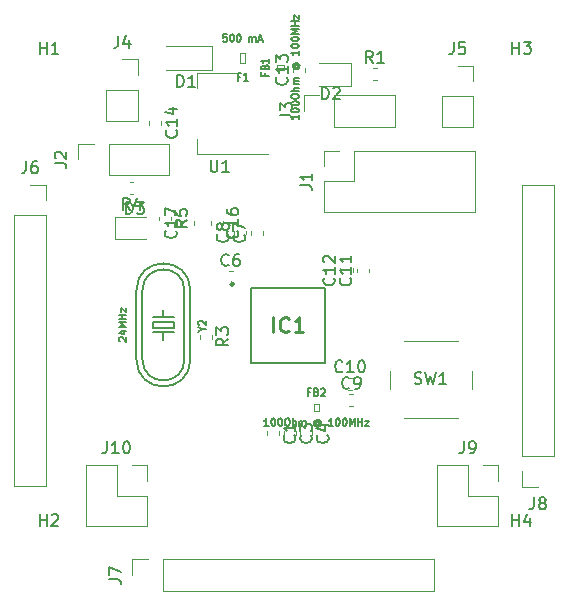
<source format=gbr>
%TF.GenerationSoftware,KiCad,Pcbnew,5.1.10-88a1d61d58~88~ubuntu20.04.1*%
%TF.CreationDate,2021-06-20T20:02:36+02:00*%
%TF.ProjectId,bluePillG,626c7565-5069-46c6-9c47-2e6b69636164,rev?*%
%TF.SameCoordinates,Original*%
%TF.FileFunction,Legend,Top*%
%TF.FilePolarity,Positive*%
%FSLAX46Y46*%
G04 Gerber Fmt 4.6, Leading zero omitted, Abs format (unit mm)*
G04 Created by KiCad (PCBNEW 5.1.10-88a1d61d58~88~ubuntu20.04.1) date 2021-06-20 20:02:36*
%MOMM*%
%LPD*%
G01*
G04 APERTURE LIST*
%ADD10C,0.120000*%
%ADD11C,0.152400*%
%ADD12C,0.203200*%
%ADD13C,0.200000*%
%ADD14C,0.254000*%
%ADD15C,0.066040*%
%ADD16C,0.150000*%
%ADD17C,0.127000*%
G04 APERTURE END LIST*
D10*
%TO.C,D1*%
X47850000Y-44600000D02*
X43950000Y-44600000D01*
X47850000Y-42600000D02*
X43950000Y-42600000D01*
X47850000Y-44600000D02*
X47850000Y-42600000D01*
%TO.C,C7*%
X52110000Y-58562779D02*
X52110000Y-58237221D01*
X51090000Y-58562779D02*
X51090000Y-58237221D01*
D11*
%TO.C,Y2*%
X43700000Y-65578000D02*
X43700000Y-64943000D01*
X43700000Y-66848000D02*
X43700000Y-67483000D01*
X43700000Y-65578000D02*
X42811000Y-65578000D01*
X44589000Y-65578000D02*
X43700000Y-65578000D01*
X43700000Y-66848000D02*
X42811000Y-66848000D01*
X44589000Y-66848000D02*
X43700000Y-66848000D01*
X42811000Y-65959000D02*
X44589000Y-65959000D01*
X42811000Y-66467000D02*
X42811000Y-65959000D01*
X44589000Y-66467000D02*
X42811000Y-66467000D01*
X44589000Y-65959000D02*
X44589000Y-66467000D01*
X45478000Y-69134000D02*
X45478000Y-63292000D01*
X41922000Y-63292000D02*
X41922000Y-69134000D01*
D12*
X45986000Y-63292000D02*
X45986000Y-69134000D01*
X41414000Y-63292000D02*
X41414000Y-69134000D01*
D11*
X45478000Y-63292000D02*
G75*
G03*
X41922000Y-63292000I-1778000J0D01*
G01*
D12*
X45986000Y-63292000D02*
G75*
G03*
X41414000Y-63292000I-2286000J0D01*
G01*
X41414000Y-69134000D02*
G75*
G03*
X45986000Y-69134000I2286000J0D01*
G01*
D11*
X41922000Y-69134000D02*
G75*
G03*
X45478000Y-69134000I1778000J0D01*
G01*
D10*
%TO.C,U1*%
X52550000Y-51710000D02*
X46540000Y-51710000D01*
X50300000Y-44890000D02*
X46540000Y-44890000D01*
X46540000Y-51710000D02*
X46540000Y-50450000D01*
X46540000Y-44890000D02*
X46540000Y-46150000D01*
%TO.C,SW1*%
X69850000Y-71600000D02*
X69850000Y-70100000D01*
X68600000Y-67600000D02*
X64100000Y-67600000D01*
X62850000Y-70100000D02*
X62850000Y-71600000D01*
X64100000Y-74100000D02*
X68600000Y-74100000D01*
%TO.C,R5*%
X43290000Y-57037221D02*
X43290000Y-57362779D01*
X44310000Y-57037221D02*
X44310000Y-57362779D01*
%TO.C,R4*%
X41162779Y-54090000D02*
X40837221Y-54090000D01*
X41162779Y-55110000D02*
X40837221Y-55110000D01*
%TO.C,R3*%
X46790000Y-67049721D02*
X46790000Y-67375279D01*
X47810000Y-67049721D02*
X47810000Y-67375279D01*
%TO.C,R1*%
X61424721Y-45510000D02*
X61750279Y-45510000D01*
X61424721Y-44490000D02*
X61750279Y-44490000D01*
%TO.C,J10*%
X41000000Y-78070000D02*
X42330000Y-78070000D01*
X42330000Y-78070000D02*
X42330000Y-79400000D01*
X39730000Y-78070000D02*
X39730000Y-80670000D01*
X39730000Y-80670000D02*
X42330000Y-80670000D01*
X42330000Y-80670000D02*
X42330000Y-83270000D01*
X37130000Y-83270000D02*
X42330000Y-83270000D01*
X37130000Y-78070000D02*
X37130000Y-83270000D01*
X37130000Y-78070000D02*
X39730000Y-78070000D01*
%TO.C,J9*%
X70740000Y-78070000D02*
X72070000Y-78070000D01*
X72070000Y-78070000D02*
X72070000Y-79400000D01*
X69470000Y-78070000D02*
X69470000Y-80670000D01*
X69470000Y-80670000D02*
X72070000Y-80670000D01*
X72070000Y-80670000D02*
X72070000Y-83270000D01*
X66870000Y-83270000D02*
X72070000Y-83270000D01*
X66870000Y-78070000D02*
X66870000Y-83270000D01*
X66870000Y-78070000D02*
X69470000Y-78070000D01*
%TO.C,J8*%
X75400000Y-79930000D02*
X74070000Y-79930000D01*
X74070000Y-79930000D02*
X74070000Y-78600000D01*
X74070000Y-77330000D02*
X74070000Y-54410000D01*
X76730000Y-54410000D02*
X74070000Y-54410000D01*
X76730000Y-77330000D02*
X76730000Y-54410000D01*
X76730000Y-77330000D02*
X74070000Y-77330000D01*
%TO.C,J7*%
X41070000Y-87400000D02*
X41070000Y-86070000D01*
X41070000Y-86070000D02*
X42400000Y-86070000D01*
X43670000Y-86070000D02*
X66590000Y-86070000D01*
X66590000Y-88730000D02*
X66590000Y-86070000D01*
X43670000Y-88730000D02*
X66590000Y-88730000D01*
X43670000Y-88730000D02*
X43670000Y-86070000D01*
%TO.C,J6*%
X32400000Y-54350000D02*
X33730000Y-54350000D01*
X33730000Y-54350000D02*
X33730000Y-55680000D01*
X33730000Y-56950000D02*
X33730000Y-79870000D01*
X31070000Y-79870000D02*
X33730000Y-79870000D01*
X31070000Y-56950000D02*
X31070000Y-79870000D01*
X31070000Y-56950000D02*
X33730000Y-56950000D01*
%TO.C,J5*%
X68600000Y-44270000D02*
X69930000Y-44270000D01*
X69930000Y-44270000D02*
X69930000Y-45600000D01*
X69930000Y-46870000D02*
X69930000Y-49470000D01*
X67270000Y-49470000D02*
X69930000Y-49470000D01*
X67270000Y-46870000D02*
X67270000Y-49470000D01*
X67270000Y-46870000D02*
X69930000Y-46870000D01*
%TO.C,J4*%
X40200000Y-43730000D02*
X41530000Y-43730000D01*
X41530000Y-43730000D02*
X41530000Y-45060000D01*
X41530000Y-46330000D02*
X41530000Y-48930000D01*
X38870000Y-48930000D02*
X41530000Y-48930000D01*
X38870000Y-46330000D02*
X38870000Y-48930000D01*
X38870000Y-46330000D02*
X41530000Y-46330000D01*
%TO.C,J3*%
X55570000Y-48100000D02*
X55570000Y-46770000D01*
X55570000Y-46770000D02*
X56900000Y-46770000D01*
X58170000Y-46770000D02*
X63310000Y-46770000D01*
X63310000Y-49430000D02*
X63310000Y-46770000D01*
X58170000Y-49430000D02*
X63310000Y-49430000D01*
X58170000Y-49430000D02*
X58170000Y-46770000D01*
%TO.C,J2*%
X36470000Y-52200000D02*
X36470000Y-50870000D01*
X36470000Y-50870000D02*
X37800000Y-50870000D01*
X39070000Y-50870000D02*
X44210000Y-50870000D01*
X44210000Y-53530000D02*
X44210000Y-50870000D01*
X39070000Y-53530000D02*
X44210000Y-53530000D01*
X39070000Y-53530000D02*
X39070000Y-50870000D01*
%TO.C,J1*%
X57270000Y-52800000D02*
X57270000Y-51470000D01*
X57270000Y-51470000D02*
X58600000Y-51470000D01*
X57270000Y-54070000D02*
X59870000Y-54070000D01*
X59870000Y-54070000D02*
X59870000Y-51470000D01*
X59870000Y-51470000D02*
X70090000Y-51470000D01*
X70090000Y-56670000D02*
X70090000Y-51470000D01*
X57270000Y-56670000D02*
X70090000Y-56670000D01*
X57270000Y-56670000D02*
X57270000Y-54070000D01*
D13*
%TO.C,IC1*%
X51088000Y-63100000D02*
X57388000Y-63100000D01*
X57388000Y-63100000D02*
X57388000Y-69400000D01*
X57388000Y-69400000D02*
X51088000Y-69400000D01*
X51088000Y-69400000D02*
X51088000Y-63100000D01*
D14*
X49638000Y-62750000D02*
G75*
G03*
X49638000Y-62750000I-125000J0D01*
G01*
D15*
%TO.C,FB2*%
X56450240Y-73499720D02*
X56450240Y-72900280D01*
X56450240Y-72900280D02*
X56846480Y-72900280D01*
X56846480Y-73499720D02*
X56846480Y-72900280D01*
X56450240Y-73499720D02*
X56846480Y-73499720D01*
%TO.C,FB1*%
X53899720Y-44598120D02*
X53300280Y-44598120D01*
X53300280Y-44598120D02*
X53300280Y-44201880D01*
X53899720Y-44201880D02*
X53300280Y-44201880D01*
X53899720Y-44598120D02*
X53899720Y-44201880D01*
%TO.C,F1*%
X50597660Y-43201220D02*
X50597660Y-43998780D01*
X50597660Y-43998780D02*
X50201420Y-43998780D01*
X50201420Y-43201220D02*
X50201420Y-43998780D01*
X50597660Y-43201220D02*
X50201420Y-43201220D01*
D10*
%TO.C,D3*%
X39577500Y-58960000D02*
X42262500Y-58960000D01*
X39577500Y-57040000D02*
X39577500Y-58960000D01*
X42262500Y-57040000D02*
X39577500Y-57040000D01*
%TO.C,D2*%
X59547500Y-44040000D02*
X56862500Y-44040000D01*
X59547500Y-45960000D02*
X59547500Y-44040000D01*
X56862500Y-45960000D02*
X59547500Y-45960000D01*
%TO.C,C17*%
X46310000Y-57750279D02*
X46310000Y-57424721D01*
X45290000Y-57750279D02*
X45290000Y-57424721D01*
%TO.C,C16*%
X48710000Y-57750279D02*
X48710000Y-57424721D01*
X47690000Y-57750279D02*
X47690000Y-57424721D01*
%TO.C,C14*%
X42490000Y-48924721D02*
X42490000Y-49250279D01*
X43510000Y-48924721D02*
X43510000Y-49250279D01*
%TO.C,C13*%
X55710000Y-44775279D02*
X55710000Y-44449721D01*
X54690000Y-44775279D02*
X54690000Y-44449721D01*
%TO.C,C12*%
X59710000Y-61762779D02*
X59710000Y-61437221D01*
X58690000Y-61762779D02*
X58690000Y-61437221D01*
%TO.C,C11*%
X61110000Y-61775279D02*
X61110000Y-61449721D01*
X60090000Y-61775279D02*
X60090000Y-61449721D01*
%TO.C,C10*%
X59337221Y-71710000D02*
X59662779Y-71710000D01*
X59337221Y-70690000D02*
X59662779Y-70690000D01*
%TO.C,C9*%
X59449721Y-73110000D02*
X59775279Y-73110000D01*
X59449721Y-72090000D02*
X59775279Y-72090000D01*
%TO.C,C8*%
X50710000Y-58550279D02*
X50710000Y-58224721D01*
X49690000Y-58550279D02*
X49690000Y-58224721D01*
%TO.C,C6*%
X49224721Y-62710000D02*
X49550279Y-62710000D01*
X49224721Y-61690000D02*
X49550279Y-61690000D01*
%TO.C,C4*%
X55290000Y-75237221D02*
X55290000Y-75562779D01*
X56310000Y-75237221D02*
X56310000Y-75562779D01*
%TO.C,C3*%
X53890000Y-75237221D02*
X53890000Y-75562779D01*
X54910000Y-75237221D02*
X54910000Y-75562779D01*
%TO.C,C1*%
X52490000Y-75237221D02*
X52490000Y-75562779D01*
X53510000Y-75237221D02*
X53510000Y-75562779D01*
%TO.C,D1*%
D16*
X44861904Y-46052380D02*
X44861904Y-45052380D01*
X45100000Y-45052380D01*
X45242857Y-45100000D01*
X45338095Y-45195238D01*
X45385714Y-45290476D01*
X45433333Y-45480952D01*
X45433333Y-45623809D01*
X45385714Y-45814285D01*
X45338095Y-45909523D01*
X45242857Y-46004761D01*
X45100000Y-46052380D01*
X44861904Y-46052380D01*
X46385714Y-46052380D02*
X45814285Y-46052380D01*
X46100000Y-46052380D02*
X46100000Y-45052380D01*
X46004761Y-45195238D01*
X45909523Y-45290476D01*
X45814285Y-45338095D01*
%TO.C,C7*%
X50527142Y-58566666D02*
X50574761Y-58614285D01*
X50622380Y-58757142D01*
X50622380Y-58852380D01*
X50574761Y-58995238D01*
X50479523Y-59090476D01*
X50384285Y-59138095D01*
X50193809Y-59185714D01*
X50050952Y-59185714D01*
X49860476Y-59138095D01*
X49765238Y-59090476D01*
X49670000Y-58995238D01*
X49622380Y-58852380D01*
X49622380Y-58757142D01*
X49670000Y-58614285D01*
X49717619Y-58566666D01*
X49622380Y-58233333D02*
X49622380Y-57566666D01*
X50622380Y-57995238D01*
%TO.C,H4*%
X73238095Y-83252380D02*
X73238095Y-82252380D01*
X73238095Y-82728571D02*
X73809523Y-82728571D01*
X73809523Y-83252380D02*
X73809523Y-82252380D01*
X74714285Y-82585714D02*
X74714285Y-83252380D01*
X74476190Y-82204761D02*
X74238095Y-82919047D01*
X74857142Y-82919047D01*
%TO.C,H3*%
X73238095Y-43252380D02*
X73238095Y-42252380D01*
X73238095Y-42728571D02*
X73809523Y-42728571D01*
X73809523Y-43252380D02*
X73809523Y-42252380D01*
X74190476Y-42252380D02*
X74809523Y-42252380D01*
X74476190Y-42633333D01*
X74619047Y-42633333D01*
X74714285Y-42680952D01*
X74761904Y-42728571D01*
X74809523Y-42823809D01*
X74809523Y-43061904D01*
X74761904Y-43157142D01*
X74714285Y-43204761D01*
X74619047Y-43252380D01*
X74333333Y-43252380D01*
X74238095Y-43204761D01*
X74190476Y-43157142D01*
%TO.C,Y2*%
D17*
X46985485Y-66590285D02*
X47275771Y-66590285D01*
X46666171Y-66793485D02*
X46985485Y-66590285D01*
X46666171Y-66387085D01*
X46724228Y-66212914D02*
X46695200Y-66183885D01*
X46666171Y-66125828D01*
X46666171Y-65980685D01*
X46695200Y-65922628D01*
X46724228Y-65893600D01*
X46782285Y-65864571D01*
X46840342Y-65864571D01*
X46927428Y-65893600D01*
X47275771Y-66241942D01*
X47275771Y-65864571D01*
X39995228Y-67591857D02*
X39966200Y-67562828D01*
X39937171Y-67504771D01*
X39937171Y-67359628D01*
X39966200Y-67301571D01*
X39995228Y-67272542D01*
X40053285Y-67243514D01*
X40111342Y-67243514D01*
X40198428Y-67272542D01*
X40546771Y-67620885D01*
X40546771Y-67243514D01*
X40140371Y-66721000D02*
X40546771Y-66721000D01*
X39908142Y-66866142D02*
X40343571Y-67011285D01*
X40343571Y-66633914D01*
X40546771Y-66401685D02*
X39937171Y-66401685D01*
X40372600Y-66198485D01*
X39937171Y-65995285D01*
X40546771Y-65995285D01*
X40546771Y-65705000D02*
X39937171Y-65705000D01*
X40227457Y-65705000D02*
X40227457Y-65356657D01*
X40546771Y-65356657D02*
X39937171Y-65356657D01*
X40140371Y-65124428D02*
X40140371Y-64805114D01*
X40546771Y-65124428D01*
X40546771Y-64805114D01*
%TO.C,U1*%
D16*
X47688095Y-52252380D02*
X47688095Y-53061904D01*
X47735714Y-53157142D01*
X47783333Y-53204761D01*
X47878571Y-53252380D01*
X48069047Y-53252380D01*
X48164285Y-53204761D01*
X48211904Y-53157142D01*
X48259523Y-53061904D01*
X48259523Y-52252380D01*
X49259523Y-53252380D02*
X48688095Y-53252380D01*
X48973809Y-53252380D02*
X48973809Y-52252380D01*
X48878571Y-52395238D01*
X48783333Y-52490476D01*
X48688095Y-52538095D01*
%TO.C,SW1*%
X64977366Y-71165361D02*
X65120223Y-71212980D01*
X65358319Y-71212980D01*
X65453557Y-71165361D01*
X65501176Y-71117742D01*
X65548795Y-71022504D01*
X65548795Y-70927266D01*
X65501176Y-70832028D01*
X65453557Y-70784409D01*
X65358319Y-70736790D01*
X65167842Y-70689171D01*
X65072604Y-70641552D01*
X65024985Y-70593933D01*
X64977366Y-70498695D01*
X64977366Y-70403457D01*
X65024985Y-70308219D01*
X65072604Y-70260600D01*
X65167842Y-70212980D01*
X65405938Y-70212980D01*
X65548795Y-70260600D01*
X65882128Y-70212980D02*
X66120223Y-71212980D01*
X66310700Y-70498695D01*
X66501176Y-71212980D01*
X66739271Y-70212980D01*
X67644033Y-71212980D02*
X67072604Y-71212980D01*
X67358319Y-71212980D02*
X67358319Y-70212980D01*
X67263080Y-70355838D01*
X67167842Y-70451076D01*
X67072604Y-70498695D01*
%TO.C,R5*%
X45682380Y-57366666D02*
X45206190Y-57700000D01*
X45682380Y-57938095D02*
X44682380Y-57938095D01*
X44682380Y-57557142D01*
X44730000Y-57461904D01*
X44777619Y-57414285D01*
X44872857Y-57366666D01*
X45015714Y-57366666D01*
X45110952Y-57414285D01*
X45158571Y-57461904D01*
X45206190Y-57557142D01*
X45206190Y-57938095D01*
X44682380Y-56461904D02*
X44682380Y-56938095D01*
X45158571Y-56985714D01*
X45110952Y-56938095D01*
X45063333Y-56842857D01*
X45063333Y-56604761D01*
X45110952Y-56509523D01*
X45158571Y-56461904D01*
X45253809Y-56414285D01*
X45491904Y-56414285D01*
X45587142Y-56461904D01*
X45634761Y-56509523D01*
X45682380Y-56604761D01*
X45682380Y-56842857D01*
X45634761Y-56938095D01*
X45587142Y-56985714D01*
%TO.C,R4*%
X40833333Y-56482380D02*
X40500000Y-56006190D01*
X40261904Y-56482380D02*
X40261904Y-55482380D01*
X40642857Y-55482380D01*
X40738095Y-55530000D01*
X40785714Y-55577619D01*
X40833333Y-55672857D01*
X40833333Y-55815714D01*
X40785714Y-55910952D01*
X40738095Y-55958571D01*
X40642857Y-56006190D01*
X40261904Y-56006190D01*
X41690476Y-55815714D02*
X41690476Y-56482380D01*
X41452380Y-55434761D02*
X41214285Y-56149047D01*
X41833333Y-56149047D01*
%TO.C,R3*%
X49182380Y-67379166D02*
X48706190Y-67712500D01*
X49182380Y-67950595D02*
X48182380Y-67950595D01*
X48182380Y-67569642D01*
X48230000Y-67474404D01*
X48277619Y-67426785D01*
X48372857Y-67379166D01*
X48515714Y-67379166D01*
X48610952Y-67426785D01*
X48658571Y-67474404D01*
X48706190Y-67569642D01*
X48706190Y-67950595D01*
X48182380Y-67045833D02*
X48182380Y-66426785D01*
X48563333Y-66760119D01*
X48563333Y-66617261D01*
X48610952Y-66522023D01*
X48658571Y-66474404D01*
X48753809Y-66426785D01*
X48991904Y-66426785D01*
X49087142Y-66474404D01*
X49134761Y-66522023D01*
X49182380Y-66617261D01*
X49182380Y-66902976D01*
X49134761Y-66998214D01*
X49087142Y-67045833D01*
%TO.C,R1*%
X61420833Y-44022380D02*
X61087500Y-43546190D01*
X60849404Y-44022380D02*
X60849404Y-43022380D01*
X61230357Y-43022380D01*
X61325595Y-43070000D01*
X61373214Y-43117619D01*
X61420833Y-43212857D01*
X61420833Y-43355714D01*
X61373214Y-43450952D01*
X61325595Y-43498571D01*
X61230357Y-43546190D01*
X60849404Y-43546190D01*
X62373214Y-44022380D02*
X61801785Y-44022380D01*
X62087500Y-44022380D02*
X62087500Y-43022380D01*
X61992261Y-43165238D01*
X61897023Y-43260476D01*
X61801785Y-43308095D01*
%TO.C,J10*%
X38920476Y-76082380D02*
X38920476Y-76796666D01*
X38872857Y-76939523D01*
X38777619Y-77034761D01*
X38634761Y-77082380D01*
X38539523Y-77082380D01*
X39920476Y-77082380D02*
X39349047Y-77082380D01*
X39634761Y-77082380D02*
X39634761Y-76082380D01*
X39539523Y-76225238D01*
X39444285Y-76320476D01*
X39349047Y-76368095D01*
X40539523Y-76082380D02*
X40634761Y-76082380D01*
X40730000Y-76130000D01*
X40777619Y-76177619D01*
X40825238Y-76272857D01*
X40872857Y-76463333D01*
X40872857Y-76701428D01*
X40825238Y-76891904D01*
X40777619Y-76987142D01*
X40730000Y-77034761D01*
X40634761Y-77082380D01*
X40539523Y-77082380D01*
X40444285Y-77034761D01*
X40396666Y-76987142D01*
X40349047Y-76891904D01*
X40301428Y-76701428D01*
X40301428Y-76463333D01*
X40349047Y-76272857D01*
X40396666Y-76177619D01*
X40444285Y-76130000D01*
X40539523Y-76082380D01*
%TO.C,J9*%
X69136666Y-76082380D02*
X69136666Y-76796666D01*
X69089047Y-76939523D01*
X68993809Y-77034761D01*
X68850952Y-77082380D01*
X68755714Y-77082380D01*
X69660476Y-77082380D02*
X69850952Y-77082380D01*
X69946190Y-77034761D01*
X69993809Y-76987142D01*
X70089047Y-76844285D01*
X70136666Y-76653809D01*
X70136666Y-76272857D01*
X70089047Y-76177619D01*
X70041428Y-76130000D01*
X69946190Y-76082380D01*
X69755714Y-76082380D01*
X69660476Y-76130000D01*
X69612857Y-76177619D01*
X69565238Y-76272857D01*
X69565238Y-76510952D01*
X69612857Y-76606190D01*
X69660476Y-76653809D01*
X69755714Y-76701428D01*
X69946190Y-76701428D01*
X70041428Y-76653809D01*
X70089047Y-76606190D01*
X70136666Y-76510952D01*
%TO.C,J8*%
X75066666Y-80822380D02*
X75066666Y-81536666D01*
X75019047Y-81679523D01*
X74923809Y-81774761D01*
X74780952Y-81822380D01*
X74685714Y-81822380D01*
X75685714Y-81250952D02*
X75590476Y-81203333D01*
X75542857Y-81155714D01*
X75495238Y-81060476D01*
X75495238Y-81012857D01*
X75542857Y-80917619D01*
X75590476Y-80870000D01*
X75685714Y-80822380D01*
X75876190Y-80822380D01*
X75971428Y-80870000D01*
X76019047Y-80917619D01*
X76066666Y-81012857D01*
X76066666Y-81060476D01*
X76019047Y-81155714D01*
X75971428Y-81203333D01*
X75876190Y-81250952D01*
X75685714Y-81250952D01*
X75590476Y-81298571D01*
X75542857Y-81346190D01*
X75495238Y-81441428D01*
X75495238Y-81631904D01*
X75542857Y-81727142D01*
X75590476Y-81774761D01*
X75685714Y-81822380D01*
X75876190Y-81822380D01*
X75971428Y-81774761D01*
X76019047Y-81727142D01*
X76066666Y-81631904D01*
X76066666Y-81441428D01*
X76019047Y-81346190D01*
X75971428Y-81298571D01*
X75876190Y-81250952D01*
%TO.C,J7*%
X39082380Y-87733333D02*
X39796666Y-87733333D01*
X39939523Y-87780952D01*
X40034761Y-87876190D01*
X40082380Y-88019047D01*
X40082380Y-88114285D01*
X39082380Y-87352380D02*
X39082380Y-86685714D01*
X40082380Y-87114285D01*
%TO.C,J6*%
X32066666Y-52362380D02*
X32066666Y-53076666D01*
X32019047Y-53219523D01*
X31923809Y-53314761D01*
X31780952Y-53362380D01*
X31685714Y-53362380D01*
X32971428Y-52362380D02*
X32780952Y-52362380D01*
X32685714Y-52410000D01*
X32638095Y-52457619D01*
X32542857Y-52600476D01*
X32495238Y-52790952D01*
X32495238Y-53171904D01*
X32542857Y-53267142D01*
X32590476Y-53314761D01*
X32685714Y-53362380D01*
X32876190Y-53362380D01*
X32971428Y-53314761D01*
X33019047Y-53267142D01*
X33066666Y-53171904D01*
X33066666Y-52933809D01*
X33019047Y-52838571D01*
X32971428Y-52790952D01*
X32876190Y-52743333D01*
X32685714Y-52743333D01*
X32590476Y-52790952D01*
X32542857Y-52838571D01*
X32495238Y-52933809D01*
%TO.C,J5*%
X68266666Y-42282380D02*
X68266666Y-42996666D01*
X68219047Y-43139523D01*
X68123809Y-43234761D01*
X67980952Y-43282380D01*
X67885714Y-43282380D01*
X69219047Y-42282380D02*
X68742857Y-42282380D01*
X68695238Y-42758571D01*
X68742857Y-42710952D01*
X68838095Y-42663333D01*
X69076190Y-42663333D01*
X69171428Y-42710952D01*
X69219047Y-42758571D01*
X69266666Y-42853809D01*
X69266666Y-43091904D01*
X69219047Y-43187142D01*
X69171428Y-43234761D01*
X69076190Y-43282380D01*
X68838095Y-43282380D01*
X68742857Y-43234761D01*
X68695238Y-43187142D01*
%TO.C,J4*%
X39866666Y-41742380D02*
X39866666Y-42456666D01*
X39819047Y-42599523D01*
X39723809Y-42694761D01*
X39580952Y-42742380D01*
X39485714Y-42742380D01*
X40771428Y-42075714D02*
X40771428Y-42742380D01*
X40533333Y-41694761D02*
X40295238Y-42409047D01*
X40914285Y-42409047D01*
%TO.C,J3*%
X53582380Y-48433333D02*
X54296666Y-48433333D01*
X54439523Y-48480952D01*
X54534761Y-48576190D01*
X54582380Y-48719047D01*
X54582380Y-48814285D01*
X53582380Y-48052380D02*
X53582380Y-47433333D01*
X53963333Y-47766666D01*
X53963333Y-47623809D01*
X54010952Y-47528571D01*
X54058571Y-47480952D01*
X54153809Y-47433333D01*
X54391904Y-47433333D01*
X54487142Y-47480952D01*
X54534761Y-47528571D01*
X54582380Y-47623809D01*
X54582380Y-47909523D01*
X54534761Y-48004761D01*
X54487142Y-48052380D01*
%TO.C,J2*%
X34482380Y-52533333D02*
X35196666Y-52533333D01*
X35339523Y-52580952D01*
X35434761Y-52676190D01*
X35482380Y-52819047D01*
X35482380Y-52914285D01*
X34577619Y-52104761D02*
X34530000Y-52057142D01*
X34482380Y-51961904D01*
X34482380Y-51723809D01*
X34530000Y-51628571D01*
X34577619Y-51580952D01*
X34672857Y-51533333D01*
X34768095Y-51533333D01*
X34910952Y-51580952D01*
X35482380Y-52152380D01*
X35482380Y-51533333D01*
%TO.C,J1*%
X55282380Y-54403333D02*
X55996666Y-54403333D01*
X56139523Y-54450952D01*
X56234761Y-54546190D01*
X56282380Y-54689047D01*
X56282380Y-54784285D01*
X56282380Y-53403333D02*
X56282380Y-53974761D01*
X56282380Y-53689047D02*
X55282380Y-53689047D01*
X55425238Y-53784285D01*
X55520476Y-53879523D01*
X55568095Y-53974761D01*
%TO.C,IC1*%
D14*
X52998238Y-66824523D02*
X52998238Y-65554523D01*
X54328714Y-66703571D02*
X54268238Y-66764047D01*
X54086809Y-66824523D01*
X53965857Y-66824523D01*
X53784428Y-66764047D01*
X53663476Y-66643095D01*
X53603000Y-66522142D01*
X53542523Y-66280238D01*
X53542523Y-66098809D01*
X53603000Y-65856904D01*
X53663476Y-65735952D01*
X53784428Y-65615000D01*
X53965857Y-65554523D01*
X54086809Y-65554523D01*
X54268238Y-65615000D01*
X54328714Y-65675476D01*
X55538238Y-66824523D02*
X54812523Y-66824523D01*
X55175380Y-66824523D02*
X55175380Y-65554523D01*
X55054428Y-65735952D01*
X54933476Y-65856904D01*
X54812523Y-65917380D01*
%TO.C,H2*%
D16*
X33238095Y-83252380D02*
X33238095Y-82252380D01*
X33238095Y-82728571D02*
X33809523Y-82728571D01*
X33809523Y-83252380D02*
X33809523Y-82252380D01*
X34238095Y-82347619D02*
X34285714Y-82300000D01*
X34380952Y-82252380D01*
X34619047Y-82252380D01*
X34714285Y-82300000D01*
X34761904Y-82347619D01*
X34809523Y-82442857D01*
X34809523Y-82538095D01*
X34761904Y-82680952D01*
X34190476Y-83252380D01*
X34809523Y-83252380D01*
%TO.C,H1*%
X33238095Y-43252380D02*
X33238095Y-42252380D01*
X33238095Y-42728571D02*
X33809523Y-42728571D01*
X33809523Y-43252380D02*
X33809523Y-42252380D01*
X34809523Y-43252380D02*
X34238095Y-43252380D01*
X34523809Y-43252380D02*
X34523809Y-42252380D01*
X34428571Y-42395238D01*
X34333333Y-42490476D01*
X34238095Y-42538095D01*
%TO.C,FB2*%
D17*
X56140360Y-71886457D02*
X55937160Y-71886457D01*
X55937160Y-72205771D02*
X55937160Y-71596171D01*
X56227445Y-71596171D01*
X56662874Y-71886457D02*
X56749960Y-71915485D01*
X56778988Y-71944514D01*
X56808017Y-72002571D01*
X56808017Y-72089657D01*
X56778988Y-72147714D01*
X56749960Y-72176742D01*
X56691902Y-72205771D01*
X56459674Y-72205771D01*
X56459674Y-71596171D01*
X56662874Y-71596171D01*
X56720931Y-71625200D01*
X56749960Y-71654228D01*
X56778988Y-71712285D01*
X56778988Y-71770342D01*
X56749960Y-71828400D01*
X56720931Y-71857428D01*
X56662874Y-71886457D01*
X56459674Y-71886457D01*
X57040245Y-71654228D02*
X57069274Y-71625200D01*
X57127331Y-71596171D01*
X57272474Y-71596171D01*
X57330531Y-71625200D01*
X57359560Y-71654228D01*
X57388588Y-71712285D01*
X57388588Y-71770342D01*
X57359560Y-71857428D01*
X57011217Y-72205771D01*
X57388588Y-72205771D01*
X52598874Y-74745771D02*
X52250531Y-74745771D01*
X52424702Y-74745771D02*
X52424702Y-74136171D01*
X52366645Y-74223257D01*
X52308588Y-74281314D01*
X52250531Y-74310342D01*
X52976245Y-74136171D02*
X53034302Y-74136171D01*
X53092360Y-74165200D01*
X53121388Y-74194228D01*
X53150417Y-74252285D01*
X53179445Y-74368400D01*
X53179445Y-74513542D01*
X53150417Y-74629657D01*
X53121388Y-74687714D01*
X53092360Y-74716742D01*
X53034302Y-74745771D01*
X52976245Y-74745771D01*
X52918188Y-74716742D01*
X52889160Y-74687714D01*
X52860131Y-74629657D01*
X52831102Y-74513542D01*
X52831102Y-74368400D01*
X52860131Y-74252285D01*
X52889160Y-74194228D01*
X52918188Y-74165200D01*
X52976245Y-74136171D01*
X53556817Y-74136171D02*
X53614874Y-74136171D01*
X53672931Y-74165200D01*
X53701960Y-74194228D01*
X53730988Y-74252285D01*
X53760017Y-74368400D01*
X53760017Y-74513542D01*
X53730988Y-74629657D01*
X53701960Y-74687714D01*
X53672931Y-74716742D01*
X53614874Y-74745771D01*
X53556817Y-74745771D01*
X53498760Y-74716742D01*
X53469731Y-74687714D01*
X53440702Y-74629657D01*
X53411674Y-74513542D01*
X53411674Y-74368400D01*
X53440702Y-74252285D01*
X53469731Y-74194228D01*
X53498760Y-74165200D01*
X53556817Y-74136171D01*
X54137388Y-74136171D02*
X54253502Y-74136171D01*
X54311560Y-74165200D01*
X54369617Y-74223257D01*
X54398645Y-74339371D01*
X54398645Y-74542571D01*
X54369617Y-74658685D01*
X54311560Y-74716742D01*
X54253502Y-74745771D01*
X54137388Y-74745771D01*
X54079331Y-74716742D01*
X54021274Y-74658685D01*
X53992245Y-74542571D01*
X53992245Y-74339371D01*
X54021274Y-74223257D01*
X54079331Y-74165200D01*
X54137388Y-74136171D01*
X54659902Y-74745771D02*
X54659902Y-74136171D01*
X54921160Y-74745771D02*
X54921160Y-74426457D01*
X54892131Y-74368400D01*
X54834074Y-74339371D01*
X54746988Y-74339371D01*
X54688931Y-74368400D01*
X54659902Y-74397428D01*
X55211445Y-74745771D02*
X55211445Y-74339371D01*
X55211445Y-74397428D02*
X55240474Y-74368400D01*
X55298531Y-74339371D01*
X55385617Y-74339371D01*
X55443674Y-74368400D01*
X55472702Y-74426457D01*
X55472702Y-74745771D01*
X55472702Y-74426457D02*
X55501731Y-74368400D01*
X55559788Y-74339371D01*
X55646874Y-74339371D01*
X55704931Y-74368400D01*
X55733960Y-74426457D01*
X55733960Y-74745771D01*
X56866074Y-74455485D02*
X56837045Y-74426457D01*
X56778988Y-74397428D01*
X56720931Y-74397428D01*
X56662874Y-74426457D01*
X56633845Y-74455485D01*
X56604817Y-74513542D01*
X56604817Y-74571600D01*
X56633845Y-74629657D01*
X56662874Y-74658685D01*
X56720931Y-74687714D01*
X56778988Y-74687714D01*
X56837045Y-74658685D01*
X56866074Y-74629657D01*
X56866074Y-74397428D02*
X56866074Y-74629657D01*
X56895102Y-74658685D01*
X56924131Y-74658685D01*
X56982188Y-74629657D01*
X57011217Y-74571600D01*
X57011217Y-74426457D01*
X56953160Y-74339371D01*
X56866074Y-74281314D01*
X56749960Y-74252285D01*
X56633845Y-74281314D01*
X56546760Y-74339371D01*
X56488702Y-74426457D01*
X56459674Y-74542571D01*
X56488702Y-74658685D01*
X56546760Y-74745771D01*
X56633845Y-74803828D01*
X56749960Y-74832857D01*
X56866074Y-74803828D01*
X56953160Y-74745771D01*
X58056245Y-74745771D02*
X57707902Y-74745771D01*
X57882074Y-74745771D02*
X57882074Y-74136171D01*
X57824017Y-74223257D01*
X57765960Y-74281314D01*
X57707902Y-74310342D01*
X58433617Y-74136171D02*
X58491674Y-74136171D01*
X58549731Y-74165200D01*
X58578760Y-74194228D01*
X58607788Y-74252285D01*
X58636817Y-74368400D01*
X58636817Y-74513542D01*
X58607788Y-74629657D01*
X58578760Y-74687714D01*
X58549731Y-74716742D01*
X58491674Y-74745771D01*
X58433617Y-74745771D01*
X58375560Y-74716742D01*
X58346531Y-74687714D01*
X58317502Y-74629657D01*
X58288474Y-74513542D01*
X58288474Y-74368400D01*
X58317502Y-74252285D01*
X58346531Y-74194228D01*
X58375560Y-74165200D01*
X58433617Y-74136171D01*
X59014188Y-74136171D02*
X59072245Y-74136171D01*
X59130302Y-74165200D01*
X59159331Y-74194228D01*
X59188360Y-74252285D01*
X59217388Y-74368400D01*
X59217388Y-74513542D01*
X59188360Y-74629657D01*
X59159331Y-74687714D01*
X59130302Y-74716742D01*
X59072245Y-74745771D01*
X59014188Y-74745771D01*
X58956131Y-74716742D01*
X58927102Y-74687714D01*
X58898074Y-74629657D01*
X58869045Y-74513542D01*
X58869045Y-74368400D01*
X58898074Y-74252285D01*
X58927102Y-74194228D01*
X58956131Y-74165200D01*
X59014188Y-74136171D01*
X59478645Y-74745771D02*
X59478645Y-74136171D01*
X59681845Y-74571600D01*
X59885045Y-74136171D01*
X59885045Y-74745771D01*
X60175331Y-74745771D02*
X60175331Y-74136171D01*
X60175331Y-74426457D02*
X60523674Y-74426457D01*
X60523674Y-74745771D02*
X60523674Y-74136171D01*
X60755902Y-74339371D02*
X61075217Y-74339371D01*
X60755902Y-74745771D01*
X61075217Y-74745771D01*
%TO.C,FB1*%
X52286457Y-44908000D02*
X52286457Y-45111200D01*
X52605771Y-45111200D02*
X51996171Y-45111200D01*
X51996171Y-44820914D01*
X52286457Y-44385485D02*
X52315485Y-44298400D01*
X52344514Y-44269371D01*
X52402571Y-44240342D01*
X52489657Y-44240342D01*
X52547714Y-44269371D01*
X52576742Y-44298400D01*
X52605771Y-44356457D01*
X52605771Y-44588685D01*
X51996171Y-44588685D01*
X51996171Y-44385485D01*
X52025200Y-44327428D01*
X52054228Y-44298400D01*
X52112285Y-44269371D01*
X52170342Y-44269371D01*
X52228400Y-44298400D01*
X52257428Y-44327428D01*
X52286457Y-44385485D01*
X52286457Y-44588685D01*
X52605771Y-43659771D02*
X52605771Y-44008114D01*
X52605771Y-43833942D02*
X51996171Y-43833942D01*
X52083257Y-43892000D01*
X52141314Y-43950057D01*
X52170342Y-44008114D01*
X55145771Y-48449485D02*
X55145771Y-48797828D01*
X55145771Y-48623657D02*
X54536171Y-48623657D01*
X54623257Y-48681714D01*
X54681314Y-48739771D01*
X54710342Y-48797828D01*
X54536171Y-48072114D02*
X54536171Y-48014057D01*
X54565200Y-47956000D01*
X54594228Y-47926971D01*
X54652285Y-47897942D01*
X54768400Y-47868914D01*
X54913542Y-47868914D01*
X55029657Y-47897942D01*
X55087714Y-47926971D01*
X55116742Y-47956000D01*
X55145771Y-48014057D01*
X55145771Y-48072114D01*
X55116742Y-48130171D01*
X55087714Y-48159200D01*
X55029657Y-48188228D01*
X54913542Y-48217257D01*
X54768400Y-48217257D01*
X54652285Y-48188228D01*
X54594228Y-48159200D01*
X54565200Y-48130171D01*
X54536171Y-48072114D01*
X54536171Y-47491542D02*
X54536171Y-47433485D01*
X54565200Y-47375428D01*
X54594228Y-47346400D01*
X54652285Y-47317371D01*
X54768400Y-47288342D01*
X54913542Y-47288342D01*
X55029657Y-47317371D01*
X55087714Y-47346400D01*
X55116742Y-47375428D01*
X55145771Y-47433485D01*
X55145771Y-47491542D01*
X55116742Y-47549600D01*
X55087714Y-47578628D01*
X55029657Y-47607657D01*
X54913542Y-47636685D01*
X54768400Y-47636685D01*
X54652285Y-47607657D01*
X54594228Y-47578628D01*
X54565200Y-47549600D01*
X54536171Y-47491542D01*
X54536171Y-46910971D02*
X54536171Y-46794857D01*
X54565200Y-46736800D01*
X54623257Y-46678742D01*
X54739371Y-46649714D01*
X54942571Y-46649714D01*
X55058685Y-46678742D01*
X55116742Y-46736800D01*
X55145771Y-46794857D01*
X55145771Y-46910971D01*
X55116742Y-46969028D01*
X55058685Y-47027085D01*
X54942571Y-47056114D01*
X54739371Y-47056114D01*
X54623257Y-47027085D01*
X54565200Y-46969028D01*
X54536171Y-46910971D01*
X55145771Y-46388457D02*
X54536171Y-46388457D01*
X55145771Y-46127200D02*
X54826457Y-46127200D01*
X54768400Y-46156228D01*
X54739371Y-46214285D01*
X54739371Y-46301371D01*
X54768400Y-46359428D01*
X54797428Y-46388457D01*
X55145771Y-45836914D02*
X54739371Y-45836914D01*
X54797428Y-45836914D02*
X54768400Y-45807885D01*
X54739371Y-45749828D01*
X54739371Y-45662742D01*
X54768400Y-45604685D01*
X54826457Y-45575657D01*
X55145771Y-45575657D01*
X54826457Y-45575657D02*
X54768400Y-45546628D01*
X54739371Y-45488571D01*
X54739371Y-45401485D01*
X54768400Y-45343428D01*
X54826457Y-45314400D01*
X55145771Y-45314400D01*
X54855485Y-44182285D02*
X54826457Y-44211314D01*
X54797428Y-44269371D01*
X54797428Y-44327428D01*
X54826457Y-44385485D01*
X54855485Y-44414514D01*
X54913542Y-44443542D01*
X54971600Y-44443542D01*
X55029657Y-44414514D01*
X55058685Y-44385485D01*
X55087714Y-44327428D01*
X55087714Y-44269371D01*
X55058685Y-44211314D01*
X55029657Y-44182285D01*
X54797428Y-44182285D02*
X55029657Y-44182285D01*
X55058685Y-44153257D01*
X55058685Y-44124228D01*
X55029657Y-44066171D01*
X54971600Y-44037142D01*
X54826457Y-44037142D01*
X54739371Y-44095200D01*
X54681314Y-44182285D01*
X54652285Y-44298400D01*
X54681314Y-44414514D01*
X54739371Y-44501600D01*
X54826457Y-44559657D01*
X54942571Y-44588685D01*
X55058685Y-44559657D01*
X55145771Y-44501600D01*
X55203828Y-44414514D01*
X55232857Y-44298400D01*
X55203828Y-44182285D01*
X55145771Y-44095200D01*
X55145771Y-42992114D02*
X55145771Y-43340457D01*
X55145771Y-43166285D02*
X54536171Y-43166285D01*
X54623257Y-43224342D01*
X54681314Y-43282400D01*
X54710342Y-43340457D01*
X54536171Y-42614742D02*
X54536171Y-42556685D01*
X54565200Y-42498628D01*
X54594228Y-42469600D01*
X54652285Y-42440571D01*
X54768400Y-42411542D01*
X54913542Y-42411542D01*
X55029657Y-42440571D01*
X55087714Y-42469600D01*
X55116742Y-42498628D01*
X55145771Y-42556685D01*
X55145771Y-42614742D01*
X55116742Y-42672800D01*
X55087714Y-42701828D01*
X55029657Y-42730857D01*
X54913542Y-42759885D01*
X54768400Y-42759885D01*
X54652285Y-42730857D01*
X54594228Y-42701828D01*
X54565200Y-42672800D01*
X54536171Y-42614742D01*
X54536171Y-42034171D02*
X54536171Y-41976114D01*
X54565200Y-41918057D01*
X54594228Y-41889028D01*
X54652285Y-41860000D01*
X54768400Y-41830971D01*
X54913542Y-41830971D01*
X55029657Y-41860000D01*
X55087714Y-41889028D01*
X55116742Y-41918057D01*
X55145771Y-41976114D01*
X55145771Y-42034171D01*
X55116742Y-42092228D01*
X55087714Y-42121257D01*
X55029657Y-42150285D01*
X54913542Y-42179314D01*
X54768400Y-42179314D01*
X54652285Y-42150285D01*
X54594228Y-42121257D01*
X54565200Y-42092228D01*
X54536171Y-42034171D01*
X55145771Y-41569714D02*
X54536171Y-41569714D01*
X54971600Y-41366514D01*
X54536171Y-41163314D01*
X55145771Y-41163314D01*
X55145771Y-40873028D02*
X54536171Y-40873028D01*
X54826457Y-40873028D02*
X54826457Y-40524685D01*
X55145771Y-40524685D02*
X54536171Y-40524685D01*
X54739371Y-40292457D02*
X54739371Y-39973142D01*
X55145771Y-40292457D01*
X55145771Y-39973142D01*
%TO.C,F1*%
X50196340Y-45207457D02*
X49993140Y-45207457D01*
X49993140Y-45526771D02*
X49993140Y-44917171D01*
X50283425Y-44917171D01*
X50834968Y-45526771D02*
X50486625Y-45526771D01*
X50660797Y-45526771D02*
X50660797Y-44917171D01*
X50602740Y-45004257D01*
X50544682Y-45062314D01*
X50486625Y-45091342D01*
X49064225Y-41615171D02*
X48773940Y-41615171D01*
X48744911Y-41905457D01*
X48773940Y-41876428D01*
X48831997Y-41847400D01*
X48977140Y-41847400D01*
X49035197Y-41876428D01*
X49064225Y-41905457D01*
X49093254Y-41963514D01*
X49093254Y-42108657D01*
X49064225Y-42166714D01*
X49035197Y-42195742D01*
X48977140Y-42224771D01*
X48831997Y-42224771D01*
X48773940Y-42195742D01*
X48744911Y-42166714D01*
X49470625Y-41615171D02*
X49528682Y-41615171D01*
X49586740Y-41644200D01*
X49615768Y-41673228D01*
X49644797Y-41731285D01*
X49673825Y-41847400D01*
X49673825Y-41992542D01*
X49644797Y-42108657D01*
X49615768Y-42166714D01*
X49586740Y-42195742D01*
X49528682Y-42224771D01*
X49470625Y-42224771D01*
X49412568Y-42195742D01*
X49383540Y-42166714D01*
X49354511Y-42108657D01*
X49325482Y-41992542D01*
X49325482Y-41847400D01*
X49354511Y-41731285D01*
X49383540Y-41673228D01*
X49412568Y-41644200D01*
X49470625Y-41615171D01*
X50051197Y-41615171D02*
X50109254Y-41615171D01*
X50167311Y-41644200D01*
X50196340Y-41673228D01*
X50225368Y-41731285D01*
X50254397Y-41847400D01*
X50254397Y-41992542D01*
X50225368Y-42108657D01*
X50196340Y-42166714D01*
X50167311Y-42195742D01*
X50109254Y-42224771D01*
X50051197Y-42224771D01*
X49993140Y-42195742D01*
X49964111Y-42166714D01*
X49935082Y-42108657D01*
X49906054Y-41992542D01*
X49906054Y-41847400D01*
X49935082Y-41731285D01*
X49964111Y-41673228D01*
X49993140Y-41644200D01*
X50051197Y-41615171D01*
X50980111Y-42224771D02*
X50980111Y-41818371D01*
X50980111Y-41876428D02*
X51009140Y-41847400D01*
X51067197Y-41818371D01*
X51154282Y-41818371D01*
X51212340Y-41847400D01*
X51241368Y-41905457D01*
X51241368Y-42224771D01*
X51241368Y-41905457D02*
X51270397Y-41847400D01*
X51328454Y-41818371D01*
X51415540Y-41818371D01*
X51473597Y-41847400D01*
X51502625Y-41905457D01*
X51502625Y-42224771D01*
X51763882Y-42050600D02*
X52054168Y-42050600D01*
X51705825Y-42224771D02*
X51909025Y-41615171D01*
X52112225Y-42224771D01*
%TO.C,D3*%
D16*
X40524404Y-56802380D02*
X40524404Y-55802380D01*
X40762500Y-55802380D01*
X40905357Y-55850000D01*
X41000595Y-55945238D01*
X41048214Y-56040476D01*
X41095833Y-56230952D01*
X41095833Y-56373809D01*
X41048214Y-56564285D01*
X41000595Y-56659523D01*
X40905357Y-56754761D01*
X40762500Y-56802380D01*
X40524404Y-56802380D01*
X41429166Y-55802380D02*
X42048214Y-55802380D01*
X41714880Y-56183333D01*
X41857738Y-56183333D01*
X41952976Y-56230952D01*
X42000595Y-56278571D01*
X42048214Y-56373809D01*
X42048214Y-56611904D01*
X42000595Y-56707142D01*
X41952976Y-56754761D01*
X41857738Y-56802380D01*
X41572023Y-56802380D01*
X41476785Y-56754761D01*
X41429166Y-56707142D01*
%TO.C,D2*%
X57124404Y-47102380D02*
X57124404Y-46102380D01*
X57362500Y-46102380D01*
X57505357Y-46150000D01*
X57600595Y-46245238D01*
X57648214Y-46340476D01*
X57695833Y-46530952D01*
X57695833Y-46673809D01*
X57648214Y-46864285D01*
X57600595Y-46959523D01*
X57505357Y-47054761D01*
X57362500Y-47102380D01*
X57124404Y-47102380D01*
X58076785Y-46197619D02*
X58124404Y-46150000D01*
X58219642Y-46102380D01*
X58457738Y-46102380D01*
X58552976Y-46150000D01*
X58600595Y-46197619D01*
X58648214Y-46292857D01*
X58648214Y-46388095D01*
X58600595Y-46530952D01*
X58029166Y-47102380D01*
X58648214Y-47102380D01*
%TO.C,C17*%
X44727142Y-58230357D02*
X44774761Y-58277976D01*
X44822380Y-58420833D01*
X44822380Y-58516071D01*
X44774761Y-58658928D01*
X44679523Y-58754166D01*
X44584285Y-58801785D01*
X44393809Y-58849404D01*
X44250952Y-58849404D01*
X44060476Y-58801785D01*
X43965238Y-58754166D01*
X43870000Y-58658928D01*
X43822380Y-58516071D01*
X43822380Y-58420833D01*
X43870000Y-58277976D01*
X43917619Y-58230357D01*
X44822380Y-57277976D02*
X44822380Y-57849404D01*
X44822380Y-57563690D02*
X43822380Y-57563690D01*
X43965238Y-57658928D01*
X44060476Y-57754166D01*
X44108095Y-57849404D01*
X43822380Y-56944642D02*
X43822380Y-56277976D01*
X44822380Y-56706547D01*
%TO.C,C16*%
X49957142Y-58230357D02*
X50004761Y-58277976D01*
X50052380Y-58420833D01*
X50052380Y-58516071D01*
X50004761Y-58658928D01*
X49909523Y-58754166D01*
X49814285Y-58801785D01*
X49623809Y-58849404D01*
X49480952Y-58849404D01*
X49290476Y-58801785D01*
X49195238Y-58754166D01*
X49100000Y-58658928D01*
X49052380Y-58516071D01*
X49052380Y-58420833D01*
X49100000Y-58277976D01*
X49147619Y-58230357D01*
X50052380Y-57277976D02*
X50052380Y-57849404D01*
X50052380Y-57563690D02*
X49052380Y-57563690D01*
X49195238Y-57658928D01*
X49290476Y-57754166D01*
X49338095Y-57849404D01*
X49052380Y-56420833D02*
X49052380Y-56611309D01*
X49100000Y-56706547D01*
X49147619Y-56754166D01*
X49290476Y-56849404D01*
X49480952Y-56897023D01*
X49861904Y-56897023D01*
X49957142Y-56849404D01*
X50004761Y-56801785D01*
X50052380Y-56706547D01*
X50052380Y-56516071D01*
X50004761Y-56420833D01*
X49957142Y-56373214D01*
X49861904Y-56325595D01*
X49623809Y-56325595D01*
X49528571Y-56373214D01*
X49480952Y-56420833D01*
X49433333Y-56516071D01*
X49433333Y-56706547D01*
X49480952Y-56801785D01*
X49528571Y-56849404D01*
X49623809Y-56897023D01*
%TO.C,C14*%
X44787142Y-49730357D02*
X44834761Y-49777976D01*
X44882380Y-49920833D01*
X44882380Y-50016071D01*
X44834761Y-50158928D01*
X44739523Y-50254166D01*
X44644285Y-50301785D01*
X44453809Y-50349404D01*
X44310952Y-50349404D01*
X44120476Y-50301785D01*
X44025238Y-50254166D01*
X43930000Y-50158928D01*
X43882380Y-50016071D01*
X43882380Y-49920833D01*
X43930000Y-49777976D01*
X43977619Y-49730357D01*
X44882380Y-48777976D02*
X44882380Y-49349404D01*
X44882380Y-49063690D02*
X43882380Y-49063690D01*
X44025238Y-49158928D01*
X44120476Y-49254166D01*
X44168095Y-49349404D01*
X44215714Y-47920833D02*
X44882380Y-47920833D01*
X43834761Y-48158928D02*
X44549047Y-48397023D01*
X44549047Y-47777976D01*
%TO.C,C13*%
X54127142Y-45255357D02*
X54174761Y-45302976D01*
X54222380Y-45445833D01*
X54222380Y-45541071D01*
X54174761Y-45683928D01*
X54079523Y-45779166D01*
X53984285Y-45826785D01*
X53793809Y-45874404D01*
X53650952Y-45874404D01*
X53460476Y-45826785D01*
X53365238Y-45779166D01*
X53270000Y-45683928D01*
X53222380Y-45541071D01*
X53222380Y-45445833D01*
X53270000Y-45302976D01*
X53317619Y-45255357D01*
X54222380Y-44302976D02*
X54222380Y-44874404D01*
X54222380Y-44588690D02*
X53222380Y-44588690D01*
X53365238Y-44683928D01*
X53460476Y-44779166D01*
X53508095Y-44874404D01*
X53222380Y-43969642D02*
X53222380Y-43350595D01*
X53603333Y-43683928D01*
X53603333Y-43541071D01*
X53650952Y-43445833D01*
X53698571Y-43398214D01*
X53793809Y-43350595D01*
X54031904Y-43350595D01*
X54127142Y-43398214D01*
X54174761Y-43445833D01*
X54222380Y-43541071D01*
X54222380Y-43826785D01*
X54174761Y-43922023D01*
X54127142Y-43969642D01*
%TO.C,C12*%
X58127142Y-62242857D02*
X58174761Y-62290476D01*
X58222380Y-62433333D01*
X58222380Y-62528571D01*
X58174761Y-62671428D01*
X58079523Y-62766666D01*
X57984285Y-62814285D01*
X57793809Y-62861904D01*
X57650952Y-62861904D01*
X57460476Y-62814285D01*
X57365238Y-62766666D01*
X57270000Y-62671428D01*
X57222380Y-62528571D01*
X57222380Y-62433333D01*
X57270000Y-62290476D01*
X57317619Y-62242857D01*
X58222380Y-61290476D02*
X58222380Y-61861904D01*
X58222380Y-61576190D02*
X57222380Y-61576190D01*
X57365238Y-61671428D01*
X57460476Y-61766666D01*
X57508095Y-61861904D01*
X57317619Y-60909523D02*
X57270000Y-60861904D01*
X57222380Y-60766666D01*
X57222380Y-60528571D01*
X57270000Y-60433333D01*
X57317619Y-60385714D01*
X57412857Y-60338095D01*
X57508095Y-60338095D01*
X57650952Y-60385714D01*
X58222380Y-60957142D01*
X58222380Y-60338095D01*
%TO.C,C11*%
X59527142Y-62255357D02*
X59574761Y-62302976D01*
X59622380Y-62445833D01*
X59622380Y-62541071D01*
X59574761Y-62683928D01*
X59479523Y-62779166D01*
X59384285Y-62826785D01*
X59193809Y-62874404D01*
X59050952Y-62874404D01*
X58860476Y-62826785D01*
X58765238Y-62779166D01*
X58670000Y-62683928D01*
X58622380Y-62541071D01*
X58622380Y-62445833D01*
X58670000Y-62302976D01*
X58717619Y-62255357D01*
X59622380Y-61302976D02*
X59622380Y-61874404D01*
X59622380Y-61588690D02*
X58622380Y-61588690D01*
X58765238Y-61683928D01*
X58860476Y-61779166D01*
X58908095Y-61874404D01*
X59622380Y-60350595D02*
X59622380Y-60922023D01*
X59622380Y-60636309D02*
X58622380Y-60636309D01*
X58765238Y-60731547D01*
X58860476Y-60826785D01*
X58908095Y-60922023D01*
%TO.C,C10*%
X58857142Y-70127142D02*
X58809523Y-70174761D01*
X58666666Y-70222380D01*
X58571428Y-70222380D01*
X58428571Y-70174761D01*
X58333333Y-70079523D01*
X58285714Y-69984285D01*
X58238095Y-69793809D01*
X58238095Y-69650952D01*
X58285714Y-69460476D01*
X58333333Y-69365238D01*
X58428571Y-69270000D01*
X58571428Y-69222380D01*
X58666666Y-69222380D01*
X58809523Y-69270000D01*
X58857142Y-69317619D01*
X59809523Y-70222380D02*
X59238095Y-70222380D01*
X59523809Y-70222380D02*
X59523809Y-69222380D01*
X59428571Y-69365238D01*
X59333333Y-69460476D01*
X59238095Y-69508095D01*
X60428571Y-69222380D02*
X60523809Y-69222380D01*
X60619047Y-69270000D01*
X60666666Y-69317619D01*
X60714285Y-69412857D01*
X60761904Y-69603333D01*
X60761904Y-69841428D01*
X60714285Y-70031904D01*
X60666666Y-70127142D01*
X60619047Y-70174761D01*
X60523809Y-70222380D01*
X60428571Y-70222380D01*
X60333333Y-70174761D01*
X60285714Y-70127142D01*
X60238095Y-70031904D01*
X60190476Y-69841428D01*
X60190476Y-69603333D01*
X60238095Y-69412857D01*
X60285714Y-69317619D01*
X60333333Y-69270000D01*
X60428571Y-69222380D01*
%TO.C,C9*%
X59445833Y-71527142D02*
X59398214Y-71574761D01*
X59255357Y-71622380D01*
X59160119Y-71622380D01*
X59017261Y-71574761D01*
X58922023Y-71479523D01*
X58874404Y-71384285D01*
X58826785Y-71193809D01*
X58826785Y-71050952D01*
X58874404Y-70860476D01*
X58922023Y-70765238D01*
X59017261Y-70670000D01*
X59160119Y-70622380D01*
X59255357Y-70622380D01*
X59398214Y-70670000D01*
X59445833Y-70717619D01*
X59922023Y-71622380D02*
X60112500Y-71622380D01*
X60207738Y-71574761D01*
X60255357Y-71527142D01*
X60350595Y-71384285D01*
X60398214Y-71193809D01*
X60398214Y-70812857D01*
X60350595Y-70717619D01*
X60302976Y-70670000D01*
X60207738Y-70622380D01*
X60017261Y-70622380D01*
X59922023Y-70670000D01*
X59874404Y-70717619D01*
X59826785Y-70812857D01*
X59826785Y-71050952D01*
X59874404Y-71146190D01*
X59922023Y-71193809D01*
X60017261Y-71241428D01*
X60207738Y-71241428D01*
X60302976Y-71193809D01*
X60350595Y-71146190D01*
X60398214Y-71050952D01*
%TO.C,C8*%
X49127142Y-58554166D02*
X49174761Y-58601785D01*
X49222380Y-58744642D01*
X49222380Y-58839880D01*
X49174761Y-58982738D01*
X49079523Y-59077976D01*
X48984285Y-59125595D01*
X48793809Y-59173214D01*
X48650952Y-59173214D01*
X48460476Y-59125595D01*
X48365238Y-59077976D01*
X48270000Y-58982738D01*
X48222380Y-58839880D01*
X48222380Y-58744642D01*
X48270000Y-58601785D01*
X48317619Y-58554166D01*
X48650952Y-57982738D02*
X48603333Y-58077976D01*
X48555714Y-58125595D01*
X48460476Y-58173214D01*
X48412857Y-58173214D01*
X48317619Y-58125595D01*
X48270000Y-58077976D01*
X48222380Y-57982738D01*
X48222380Y-57792261D01*
X48270000Y-57697023D01*
X48317619Y-57649404D01*
X48412857Y-57601785D01*
X48460476Y-57601785D01*
X48555714Y-57649404D01*
X48603333Y-57697023D01*
X48650952Y-57792261D01*
X48650952Y-57982738D01*
X48698571Y-58077976D01*
X48746190Y-58125595D01*
X48841428Y-58173214D01*
X49031904Y-58173214D01*
X49127142Y-58125595D01*
X49174761Y-58077976D01*
X49222380Y-57982738D01*
X49222380Y-57792261D01*
X49174761Y-57697023D01*
X49127142Y-57649404D01*
X49031904Y-57601785D01*
X48841428Y-57601785D01*
X48746190Y-57649404D01*
X48698571Y-57697023D01*
X48650952Y-57792261D01*
%TO.C,C6*%
X49220833Y-61127142D02*
X49173214Y-61174761D01*
X49030357Y-61222380D01*
X48935119Y-61222380D01*
X48792261Y-61174761D01*
X48697023Y-61079523D01*
X48649404Y-60984285D01*
X48601785Y-60793809D01*
X48601785Y-60650952D01*
X48649404Y-60460476D01*
X48697023Y-60365238D01*
X48792261Y-60270000D01*
X48935119Y-60222380D01*
X49030357Y-60222380D01*
X49173214Y-60270000D01*
X49220833Y-60317619D01*
X50077976Y-60222380D02*
X49887500Y-60222380D01*
X49792261Y-60270000D01*
X49744642Y-60317619D01*
X49649404Y-60460476D01*
X49601785Y-60650952D01*
X49601785Y-61031904D01*
X49649404Y-61127142D01*
X49697023Y-61174761D01*
X49792261Y-61222380D01*
X49982738Y-61222380D01*
X50077976Y-61174761D01*
X50125595Y-61127142D01*
X50173214Y-61031904D01*
X50173214Y-60793809D01*
X50125595Y-60698571D01*
X50077976Y-60650952D01*
X49982738Y-60603333D01*
X49792261Y-60603333D01*
X49697023Y-60650952D01*
X49649404Y-60698571D01*
X49601785Y-60793809D01*
%TO.C,C4*%
X57587142Y-75566666D02*
X57634761Y-75614285D01*
X57682380Y-75757142D01*
X57682380Y-75852380D01*
X57634761Y-75995238D01*
X57539523Y-76090476D01*
X57444285Y-76138095D01*
X57253809Y-76185714D01*
X57110952Y-76185714D01*
X56920476Y-76138095D01*
X56825238Y-76090476D01*
X56730000Y-75995238D01*
X56682380Y-75852380D01*
X56682380Y-75757142D01*
X56730000Y-75614285D01*
X56777619Y-75566666D01*
X57015714Y-74709523D02*
X57682380Y-74709523D01*
X56634761Y-74947619D02*
X57349047Y-75185714D01*
X57349047Y-74566666D01*
%TO.C,C3*%
X56187142Y-75566666D02*
X56234761Y-75614285D01*
X56282380Y-75757142D01*
X56282380Y-75852380D01*
X56234761Y-75995238D01*
X56139523Y-76090476D01*
X56044285Y-76138095D01*
X55853809Y-76185714D01*
X55710952Y-76185714D01*
X55520476Y-76138095D01*
X55425238Y-76090476D01*
X55330000Y-75995238D01*
X55282380Y-75852380D01*
X55282380Y-75757142D01*
X55330000Y-75614285D01*
X55377619Y-75566666D01*
X55282380Y-75233333D02*
X55282380Y-74614285D01*
X55663333Y-74947619D01*
X55663333Y-74804761D01*
X55710952Y-74709523D01*
X55758571Y-74661904D01*
X55853809Y-74614285D01*
X56091904Y-74614285D01*
X56187142Y-74661904D01*
X56234761Y-74709523D01*
X56282380Y-74804761D01*
X56282380Y-75090476D01*
X56234761Y-75185714D01*
X56187142Y-75233333D01*
%TO.C,C1*%
X54787142Y-75566666D02*
X54834761Y-75614285D01*
X54882380Y-75757142D01*
X54882380Y-75852380D01*
X54834761Y-75995238D01*
X54739523Y-76090476D01*
X54644285Y-76138095D01*
X54453809Y-76185714D01*
X54310952Y-76185714D01*
X54120476Y-76138095D01*
X54025238Y-76090476D01*
X53930000Y-75995238D01*
X53882380Y-75852380D01*
X53882380Y-75757142D01*
X53930000Y-75614285D01*
X53977619Y-75566666D01*
X54882380Y-74614285D02*
X54882380Y-75185714D01*
X54882380Y-74900000D02*
X53882380Y-74900000D01*
X54025238Y-74995238D01*
X54120476Y-75090476D01*
X54168095Y-75185714D01*
%TD*%
M02*

</source>
